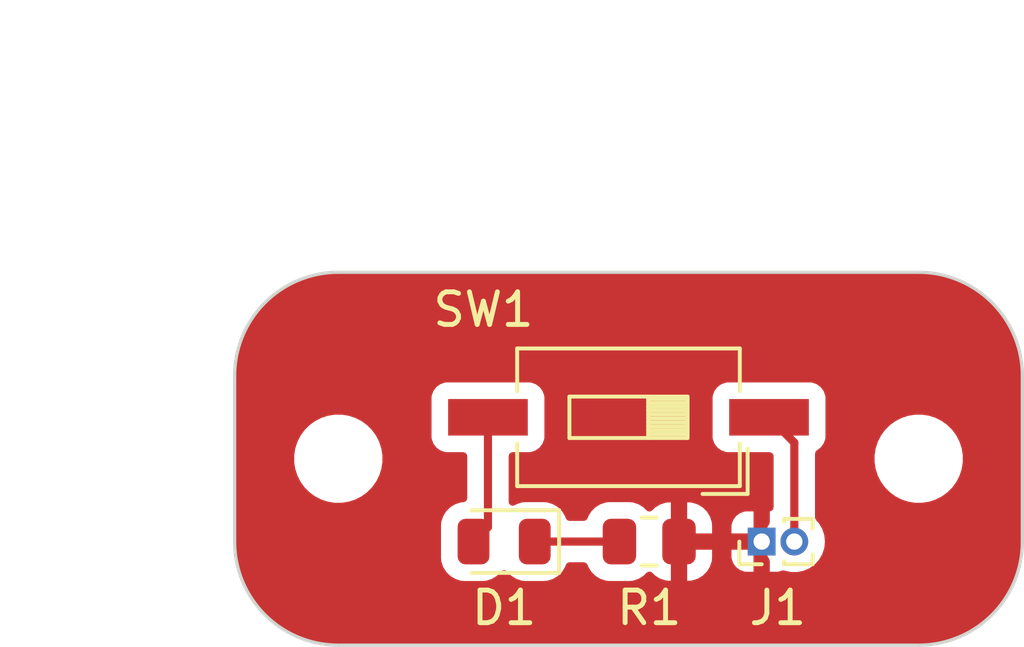
<source format=kicad_pcb>
(kicad_pcb (version 20240108) (generator "pcbnew") (generator_version "8.0")
  (title_block (title "Template") (date "2022-08-16") (rev "0.0") (company "Illini Solar Car") (comment 1 "Designed By: Your Name"))
  (layers (0 "F.Cu" signal) (31 "B.Cu" signal) (34 "B.Paste" user) (35 "F.Paste" user) (36 "B.SilkS" user "B.Silkscreen") (37 "F.SilkS" user "F.Silkscreen") (38 "B.Mask" user) (39 "F.Mask" user) (44 "Edge.Cuts" user))
  (net 0 "")
  (net 1 "Net-(D1-K)")
  (net 2 "+3.3V")
  (net 3 "GND")
  (net 4 "Net-(D1-A)")
  (footprint "Connector_PinHeader_1.00mm:PinHeader_1x02_P1.00mm_Vertical" (layer "F.Cu") (at 141.24 104.14 90)
    (property "Reference" "J1" (at -2.032 0.492 180) (layer "F.SilkS"))
    (property "Value" "Conn_01x02" (hide yes))
    (fp_line (start -0.695 -0.685) (end 0 -0.685) (stroke (width 0.12)) (layer "F.SilkS"))
    (fp_line (start -0.695 0) (end -0.695 -0.685) (stroke (width 0.12)) (layer "F.SilkS"))
    (fp_line (start 0.695 0.685) (end 0.695 1.56) (stroke (width 0.12)) (layer "F.SilkS"))
    (fp_line (start 0.608276 0.685) (end 0.695 0.685) (stroke (width 0.12)) (layer "F.SilkS"))
    (fp_line (start -0.695 0.685) (end -0.608276 0.685) (stroke (width 0.12)) (layer "F.SilkS"))
    (fp_line (start -0.695 0.685) (end -0.695 1.56) (stroke (width 0.12)) (layer "F.SilkS"))
    (fp_line (start 0.394493 1.56) (end 0.695 1.56) (stroke (width 0.12)) (layer "F.SilkS"))
    (fp_line (start -0.695 1.56) (end -0.394493 1.56) (stroke (width 0.12)) (layer "F.SilkS"))
    (pad "1" thru_hole rect (at 0 0 90) (size 0.85 0.85) (drill 0.5) (layers "*.Cu" "*.Mask") (net 3 "GND"))
    (pad "2" thru_hole oval (at 0 1 90) (size 0.85 0.85) (drill 0.5) (layers "*.Cu" "*.Mask") (net 2 "+3.3V"))
  )
  (footprint "Resistor_SMD:R_0805_2012Metric" (layer "F.Cu") (at 137.795 104.14)
    (property "Reference" "R1" (at 0 2.032 180) (layer "F.SilkS"))
    (property "Value" "220" (hide yes))
    (fp_line (start -0.227064 -0.735) (end 0.227064 -0.735) (stroke (width 0.12)) (layer "F.SilkS"))
    (fp_line (start -0.227064 0.735) (end 0.227064 0.735) (stroke (width 0.12)) (layer "F.SilkS"))
    (pad "1" smd roundrect (at -0.9125 0) (size 1.025 1.4) (layers "F.Cu" "F.Paste" "F.Mask") (roundrect_rratio 0.243902) (net 1 "Net-(D1-K)"))
    (pad "2" smd roundrect (at 0.9125 0) (size 1.025 1.4) (layers "F.Cu" "F.Paste" "F.Mask") (roundrect_rratio 0.243902) (net 3 "GND"))
  )
  (footprint "MountingHole:MountingHole_2.2mm_M2" (layer "F.Cu") (at 146.05 101.6 90)
    (property "Reference" "REF**" (hide yes))
    (property "Value" "MountingHole_2.2mm_M2" (hide yes))
    (pad "" np_thru_hole circle (at 0 0 90) (size 2.2 2.2) (drill 2.2) (layers "*.Cu" "*.Mask"))
  )
  (footprint "Diode_SMD:D_0805_2012Metric" (layer "F.Cu") (at 133.35 104.14 180)
    (property "Reference" "D1" (at 0 -2.032 180) (layer "F.SilkS"))
    (property "Value" "LED" (hide yes))
    (fp_line (start 1 -0.96) (end -1.685 -0.96) (stroke (width 0.12)) (layer "F.SilkS"))
    (fp_line (start -1.685 0.96) (end 1 0.96) (stroke (width 0.12)) (layer "F.SilkS"))
    (fp_line (start -1.685 -0.96) (end -1.685 0.96) (stroke (width 0.12)) (layer "F.SilkS"))
    (pad "1" smd roundrect (at -0.9375 0 180) (size 0.975 1.4) (layers "F.Cu" "F.Paste" "F.Mask") (net 1 "Net-(D1-K)"))
    (pad "2" smd roundrect (at 0.9375 0 180) (size 0.975 1.4) (layers "F.Cu" "F.Paste" "F.Mask") (net 4 "Net-(D1-A)"))
  )
  (footprint "Button_Switch_SMD:SW_DIP_SPSTx01_Slide_6.7x4.1mm_W8.61mm_P2.54mm_LowProfile" (layer "F.Cu") (at 137.16 100.33 180)
    (property "Reference" "SW1" (at 4.445 3.302 360) (layer "F.SilkS"))
    (property "Value" "SW_Push" (hide yes))
    (fp_line (start 3.41 0.8) (end 3.41 2.11) (stroke (width 0.12)) (layer "F.SilkS"))
    (fp_line (start 3.41 -2.11) (end 3.41 -0.8) (stroke (width 0.12)) (layer "F.SilkS"))
    (fp_line (start 1.81 0.635) (end 1.81 -0.635) (stroke (width 0.12)) (layer "F.SilkS"))
    (fp_line (start 1.81 -0.635) (end -1.81 -0.635) (stroke (width 0.12)) (layer "F.SilkS"))
    (fp_line (start -0.603333 -0.635) (end -0.603333 0.635) (stroke (width 0.12)) (layer "F.SilkS"))
    (fp_line (start -1.81 0.635) (end 1.81 0.635) (stroke (width 0.12)) (layer "F.SilkS"))
    (fp_line (start -1.81 0.565) (end -0.603333 0.565) (stroke (width 0.12)) (layer "F.SilkS"))
    (fp_line (start -1.81 0.445) (end -0.603333 0.445) (stroke (width 0.12)) (layer "F.SilkS"))
    (fp_line (start -1.81 0.325) (end -0.603333 0.325) (stroke (width 0.12)) (layer "F.SilkS"))
    (fp_line (start -1.81 0.205) (end -0.603333 0.205) (stroke (width 0.12)) (layer "F.SilkS"))
    (fp_line (start -1.81 0.085) (end -0.603333 0.085) (stroke (width 0.12)) (layer "F.SilkS"))
    (fp_line (start -1.81 -0.035) (end -0.603333 -0.035) (stroke (width 0.12)) (layer "F.SilkS"))
    (fp_line (start -1.81 -0.155) (end -0.603333 -0.155) (stroke (width 0.12)) (layer "F.SilkS"))
    (fp_line (start -1.81 -0.275) (end -0.603333 -0.275) (stroke (width 0.12)) (layer "F.SilkS"))
    (fp_line (start -1.81 -0.395) (end -0.603333 -0.395) (stroke (width 0.12)) (layer "F.SilkS"))
    (fp_line (start -1.81 -0.515) (end -0.603333 -0.515) (stroke (width 0.12)) (layer "F.SilkS"))
    (fp_line (start -1.81 -0.635) (end -1.81 0.635) (stroke (width 0.12)) (layer "F.SilkS"))
    (fp_line (start -3.41 2.11) (end 3.41 2.11) (stroke (width 0.12)) (layer "F.SilkS"))
    (fp_line (start -3.41 0.8) (end -3.41 2.11) (stroke (width 0.12)) (layer "F.SilkS"))
    (fp_line (start -3.41 -2.11) (end 3.41 -2.11) (stroke (width 0.12)) (layer "F.SilkS"))
    (fp_line (start -3.41 -2.11) (end -3.41 -0.8) (stroke (width 0.12)) (layer "F.SilkS"))
    (fp_line (start -3.65 -2.35) (end -2.267 -2.35) (stroke (width 0.12)) (layer "F.SilkS"))
    (fp_line (start -3.65 -2.35) (end -3.65 -0.967) (stroke (width 0.12)) (layer "F.SilkS"))
    (pad "1" smd rect (at -4.305 0 180) (size 2.44 1.12) (layers "F.Cu" "F.Paste" "F.Mask") (net 2 "+3.3V"))
    (pad "2" smd rect (at 4.305 0 180) (size 2.44 1.12) (layers "F.Cu" "F.Paste" "F.Mask") (net 4 "Net-(D1-A)"))
  )
  (footprint "MountingHole:MountingHole_2.2mm_M2" (layer "F.Cu") (at 128.27 101.6 90)
    (property "Reference" "REF**" (hide yes))
    (property "Value" "MountingHole_2.2mm_M2" (hide yes))
    (pad "" np_thru_hole circle (at 0 0 90) (size 2.2 2.2) (drill 2.2) (layers "*.Cu" "*.Mask"))
  )
  (gr_line (start 146.05 107.315) (end 128.27 107.315) (stroke (width 0.1)) (layer "Edge.Cuts"))
  (gr_arc (start 125.095 99.06) (mid 126.024936 96.814936) (end 128.27 95.885) (stroke (width 0.1)) (layer "Edge.Cuts"))
  (gr_arc (start 149.225 104.14) (mid 148.295064 106.385064) (end 146.05 107.315) (stroke (width 0.1)) (layer "Edge.Cuts"))
  (gr_line (start 128.27 95.885) (end 146.05 95.885) (stroke (width 0.1)) (layer "Edge.Cuts"))
  (gr_line (start 125.095 104.14) (end 125.095 99.06) (stroke (width 0.1)) (layer "Edge.Cuts"))
  (gr_arc (start 146.05 95.885) (mid 148.295064 96.814936) (end 149.225 99.06) (stroke (width 0.1)) (layer "Edge.Cuts"))
  (gr_arc (start 128.27 107.315) (mid 126.024936 106.385064) (end 125.095 104.14) (stroke (width 0.1)) (layer "Edge.Cuts"))
  (gr_line (start 149.225 99.06) (end 149.225 104.14) (stroke (width 0.1)) (layer "Edge.Cuts"))
  (segment (start 134.2875 104.14) (end 136.8825 104.14) (width 0.25) (layer "F.Cu") (net 1))
  (segment (start 141.465 100.33) (end 142.24 101.105) (width 0.25) (layer "F.Cu") (net 2))
  (segment (start 142.24 101.105) (end 142.24 104.14) (width 0.25) (layer "F.Cu") (net 2))
  (segment (start 138.7075 104.14) (end 141.24 104.14) (width 0.25) (layer "F.Cu") (net 3))
  (segment (start 132.855 100.33) (end 132.855 103.6975) (width 0.25) (layer "F.Cu") (net 4))
  (segment (start 132.855 103.6975) (end 132.4125 104.14) (width 0.25) (layer "F.Cu") (net 4))
  (zone (net 3) (net_name "GND") (layer "F.Cu") (connect_pads (clearance 0.508)) (min_thickness 0.25) (fill yes (thermal_gap 0.5) (thermal_bridge_width 0.5))
    (polygon (pts (xy 125.095 95.885) (xy 149.225 95.885) (xy 149.225 107.315) (xy 125.095 107.315)))
  )
)
</source>
